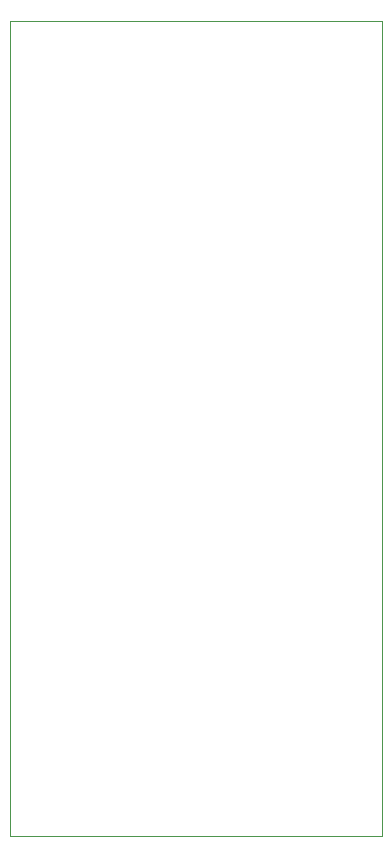
<source format=gbr>
%TF.GenerationSoftware,KiCad,Pcbnew,7.0.7*%
%TF.CreationDate,2024-04-14T11:19:26+09:00*%
%TF.ProjectId,PCB_AstMul,5043425f-4173-4744-9d75-6c2e6b696361,rev?*%
%TF.SameCoordinates,Original*%
%TF.FileFunction,Profile,NP*%
%FSLAX46Y46*%
G04 Gerber Fmt 4.6, Leading zero omitted, Abs format (unit mm)*
G04 Created by KiCad (PCBNEW 7.0.7) date 2024-04-14 11:19:26*
%MOMM*%
%LPD*%
G01*
G04 APERTURE LIST*
%TA.AperFunction,Profile*%
%ADD10C,0.100000*%
%TD*%
G04 APERTURE END LIST*
D10*
X49500000Y-89000000D02*
X81000000Y-89000000D01*
X81000000Y-89000000D02*
X81000000Y-20000000D01*
X49500000Y-20000000D02*
X49500000Y-89000000D01*
X81000000Y-20000000D02*
X49500000Y-20000000D01*
M02*

</source>
